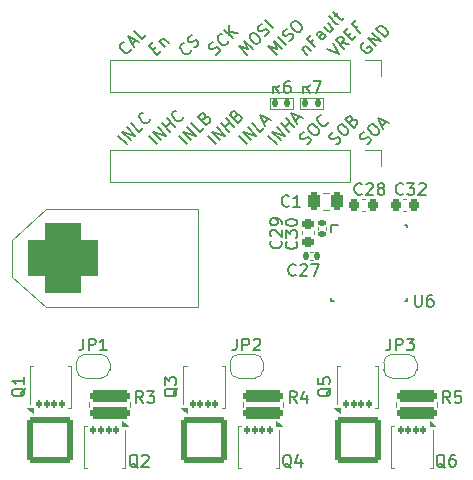
<source format=gto>
G04 #@! TF.GenerationSoftware,KiCad,Pcbnew,8.0.5*
G04 #@! TF.CreationDate,2024-10-07T10:05:32-05:00*
G04 #@! TF.ProjectId,DRV8323_BreakoutBoard,44525638-3332-4335-9f42-7265616b6f75,rev?*
G04 #@! TF.SameCoordinates,Original*
G04 #@! TF.FileFunction,Legend,Top*
G04 #@! TF.FilePolarity,Positive*
%FSLAX46Y46*%
G04 Gerber Fmt 4.6, Leading zero omitted, Abs format (unit mm)*
G04 Created by KiCad (PCBNEW 8.0.5) date 2024-10-07 10:05:32*
%MOMM*%
%LPD*%
G01*
G04 APERTURE LIST*
G04 Aperture macros list*
%AMRoundRect*
0 Rectangle with rounded corners*
0 $1 Rounding radius*
0 $2 $3 $4 $5 $6 $7 $8 $9 X,Y pos of 4 corners*
0 Add a 4 corners polygon primitive as box body*
4,1,4,$2,$3,$4,$5,$6,$7,$8,$9,$2,$3,0*
0 Add four circle primitives for the rounded corners*
1,1,$1+$1,$2,$3*
1,1,$1+$1,$4,$5*
1,1,$1+$1,$6,$7*
1,1,$1+$1,$8,$9*
0 Add four rect primitives between the rounded corners*
20,1,$1+$1,$2,$3,$4,$5,0*
20,1,$1+$1,$4,$5,$6,$7,0*
20,1,$1+$1,$6,$7,$8,$9,0*
20,1,$1+$1,$8,$9,$2,$3,0*%
%AMFreePoly0*
4,1,17,1.371000,0.720000,0.950000,0.720000,0.950000,0.580000,1.370000,0.580000,1.370000,0.080000,0.950000,0.080000,0.950000,-0.080000,1.370000,-0.080000,1.370000,-0.580000,0.950000,-0.580000,0.950000,-0.720000,1.370000,-0.720000,1.370000,-1.225000,-0.950000,-1.225000,-0.950000,1.225000,1.371000,1.225000,1.371000,0.720000,1.371000,0.720000,$1*%
%AMFreePoly1*
4,1,19,0.500000,-0.750000,0.000000,-0.750000,0.000000,-0.744911,-0.071157,-0.744911,-0.207708,-0.704816,-0.327430,-0.627875,-0.420627,-0.520320,-0.479746,-0.390866,-0.500000,-0.250000,-0.500000,0.250000,-0.479746,0.390866,-0.420627,0.520320,-0.327430,0.627875,-0.207708,0.704816,-0.071157,0.744911,0.000000,0.744911,0.000000,0.750000,0.500000,0.750000,0.500000,-0.750000,0.500000,-0.750000,
$1*%
%AMFreePoly2*
4,1,19,0.000000,0.744911,0.071157,0.744911,0.207708,0.704816,0.327430,0.627875,0.420627,0.520320,0.479746,0.390866,0.500000,0.250000,0.500000,-0.250000,0.479746,-0.390866,0.420627,-0.520320,0.327430,-0.627875,0.207708,-0.704816,0.071157,-0.744911,0.000000,-0.744911,0.000000,-0.750000,-0.500000,-0.750000,-0.500000,0.750000,0.000000,0.750000,0.000000,0.744911,0.000000,0.744911,
$1*%
G04 Aperture macros list end*
%ADD10C,0.160000*%
%ADD11C,0.150000*%
%ADD12C,0.120000*%
%ADD13C,0.200000*%
%ADD14RoundRect,0.135000X-0.135000X-0.185000X0.135000X-0.185000X0.135000X0.185000X-0.135000X0.185000X0*%
%ADD15RoundRect,0.250000X0.250000X0.475000X-0.250000X0.475000X-0.250000X-0.475000X0.250000X-0.475000X0*%
%ADD16RoundRect,0.250000X1.450000X-0.250000X1.450000X0.250000X-1.450000X0.250000X-1.450000X-0.250000X0*%
%ADD17C,5.600000*%
%ADD18R,1.700000X1.700000*%
%ADD19O,1.700000X1.700000*%
%ADD20RoundRect,0.140000X0.170000X-0.140000X0.170000X0.140000X-0.170000X0.140000X-0.170000X-0.140000X0*%
%ADD21RoundRect,0.125000X-0.125000X0.190000X-0.125000X-0.190000X0.125000X-0.190000X0.125000X0.190000X0*%
%ADD22FreePoly0,270.000000*%
%ADD23O,0.599999X0.230000*%
%ADD24O,0.230000X0.599999*%
%ADD25R,4.150000X4.150000*%
%ADD26RoundRect,0.225000X-0.225000X-0.250000X0.225000X-0.250000X0.225000X0.250000X-0.225000X0.250000X0*%
%ADD27RoundRect,0.250002X-1.699998X-1.699998X1.699998X-1.699998X1.699998X1.699998X-1.699998X1.699998X0*%
%ADD28RoundRect,0.125000X0.125000X-0.190000X0.125000X0.190000X-0.125000X0.190000X-0.125000X-0.190000X0*%
%ADD29FreePoly0,90.000000*%
%ADD30RoundRect,1.500000X-1.500000X-1.500000X1.500000X-1.500000X1.500000X1.500000X-1.500000X1.500000X0*%
%ADD31C,6.000000*%
%ADD32RoundRect,0.140000X-0.140000X-0.170000X0.140000X-0.170000X0.140000X0.170000X-0.140000X0.170000X0*%
%ADD33FreePoly1,0.000000*%
%ADD34FreePoly2,0.000000*%
%ADD35RoundRect,0.225000X-0.250000X0.225000X-0.250000X-0.225000X0.250000X-0.225000X0.250000X0.225000X0*%
%ADD36RoundRect,0.225000X0.225000X0.250000X-0.225000X0.250000X-0.225000X-0.250000X0.225000X-0.250000X0*%
G04 APERTURE END LIST*
D10*
X63050371Y-62964789D02*
X62343264Y-62257682D01*
X63387088Y-62628072D02*
X62679981Y-61920965D01*
X62679981Y-61920965D02*
X63791149Y-62224011D01*
X63791149Y-62224011D02*
X63084042Y-61516904D01*
X64464584Y-61550576D02*
X64127867Y-61887293D01*
X64127867Y-61887293D02*
X63420760Y-61180187D01*
X64565599Y-60708782D02*
X64700286Y-60641438D01*
X64700286Y-60641438D02*
X64767630Y-60641438D01*
X64767630Y-60641438D02*
X64868645Y-60675110D01*
X64868645Y-60675110D02*
X64969661Y-60776125D01*
X64969661Y-60776125D02*
X65003332Y-60877141D01*
X65003332Y-60877141D02*
X65003332Y-60944484D01*
X65003332Y-60944484D02*
X64969661Y-61045499D01*
X64969661Y-61045499D02*
X64700286Y-61314873D01*
X64700286Y-61314873D02*
X63993180Y-60607767D01*
X63993180Y-60607767D02*
X64228882Y-60372064D01*
X64228882Y-60372064D02*
X64329897Y-60338393D01*
X64329897Y-60338393D02*
X64397241Y-60338393D01*
X64397241Y-60338393D02*
X64498256Y-60372064D01*
X64498256Y-60372064D02*
X64565599Y-60439408D01*
X64565599Y-60439408D02*
X64599271Y-60540423D01*
X64599271Y-60540423D02*
X64599271Y-60607767D01*
X64599271Y-60607767D02*
X64565599Y-60708782D01*
X64565599Y-60708782D02*
X64329897Y-60944484D01*
X78283027Y-62964789D02*
X78417714Y-62897446D01*
X78417714Y-62897446D02*
X78586073Y-62729087D01*
X78586073Y-62729087D02*
X78619745Y-62628072D01*
X78619745Y-62628072D02*
X78619745Y-62560728D01*
X78619745Y-62560728D02*
X78586073Y-62459713D01*
X78586073Y-62459713D02*
X78518730Y-62392369D01*
X78518730Y-62392369D02*
X78417714Y-62358698D01*
X78417714Y-62358698D02*
X78350371Y-62358698D01*
X78350371Y-62358698D02*
X78249356Y-62392369D01*
X78249356Y-62392369D02*
X78080997Y-62493385D01*
X78080997Y-62493385D02*
X77979982Y-62527056D01*
X77979982Y-62527056D02*
X77912638Y-62527056D01*
X77912638Y-62527056D02*
X77811623Y-62493385D01*
X77811623Y-62493385D02*
X77744279Y-62426041D01*
X77744279Y-62426041D02*
X77710608Y-62325026D01*
X77710608Y-62325026D02*
X77710608Y-62257682D01*
X77710608Y-62257682D02*
X77744279Y-62156667D01*
X77744279Y-62156667D02*
X77912638Y-61988308D01*
X77912638Y-61988308D02*
X78047325Y-61920965D01*
X78451386Y-61449560D02*
X78586073Y-61314873D01*
X78586073Y-61314873D02*
X78687088Y-61281201D01*
X78687088Y-61281201D02*
X78821775Y-61281201D01*
X78821775Y-61281201D02*
X78990134Y-61382217D01*
X78990134Y-61382217D02*
X79225836Y-61617919D01*
X79225836Y-61617919D02*
X79326852Y-61786278D01*
X79326852Y-61786278D02*
X79326852Y-61920965D01*
X79326852Y-61920965D02*
X79293180Y-62021980D01*
X79293180Y-62021980D02*
X79158493Y-62156667D01*
X79158493Y-62156667D02*
X79057478Y-62190339D01*
X79057478Y-62190339D02*
X78922791Y-62190339D01*
X78922791Y-62190339D02*
X78754432Y-62089323D01*
X78754432Y-62089323D02*
X78518730Y-61853621D01*
X78518730Y-61853621D02*
X78417714Y-61685262D01*
X78417714Y-61685262D02*
X78417714Y-61550575D01*
X78417714Y-61550575D02*
X78451386Y-61449560D01*
X79528882Y-61382217D02*
X79865600Y-61045499D01*
X79663569Y-61651591D02*
X79192165Y-60708782D01*
X79192165Y-60708782D02*
X80134974Y-61180186D01*
X73183027Y-62964789D02*
X73317714Y-62897446D01*
X73317714Y-62897446D02*
X73486073Y-62729087D01*
X73486073Y-62729087D02*
X73519745Y-62628072D01*
X73519745Y-62628072D02*
X73519745Y-62560728D01*
X73519745Y-62560728D02*
X73486073Y-62459713D01*
X73486073Y-62459713D02*
X73418730Y-62392369D01*
X73418730Y-62392369D02*
X73317714Y-62358698D01*
X73317714Y-62358698D02*
X73250371Y-62358698D01*
X73250371Y-62358698D02*
X73149356Y-62392369D01*
X73149356Y-62392369D02*
X72980997Y-62493385D01*
X72980997Y-62493385D02*
X72879982Y-62527056D01*
X72879982Y-62527056D02*
X72812638Y-62527056D01*
X72812638Y-62527056D02*
X72711623Y-62493385D01*
X72711623Y-62493385D02*
X72644279Y-62426041D01*
X72644279Y-62426041D02*
X72610608Y-62325026D01*
X72610608Y-62325026D02*
X72610608Y-62257682D01*
X72610608Y-62257682D02*
X72644279Y-62156667D01*
X72644279Y-62156667D02*
X72812638Y-61988308D01*
X72812638Y-61988308D02*
X72947325Y-61920965D01*
X73351386Y-61449560D02*
X73486073Y-61314873D01*
X73486073Y-61314873D02*
X73587088Y-61281201D01*
X73587088Y-61281201D02*
X73721775Y-61281201D01*
X73721775Y-61281201D02*
X73890134Y-61382217D01*
X73890134Y-61382217D02*
X74125836Y-61617919D01*
X74125836Y-61617919D02*
X74226852Y-61786278D01*
X74226852Y-61786278D02*
X74226852Y-61920965D01*
X74226852Y-61920965D02*
X74193180Y-62021980D01*
X74193180Y-62021980D02*
X74058493Y-62156667D01*
X74058493Y-62156667D02*
X73957478Y-62190339D01*
X73957478Y-62190339D02*
X73822791Y-62190339D01*
X73822791Y-62190339D02*
X73654432Y-62089323D01*
X73654432Y-62089323D02*
X73418730Y-61853621D01*
X73418730Y-61853621D02*
X73317714Y-61685262D01*
X73317714Y-61685262D02*
X73317714Y-61550575D01*
X73317714Y-61550575D02*
X73351386Y-61449560D01*
X75001302Y-61079171D02*
X75001302Y-61146514D01*
X75001302Y-61146514D02*
X74933958Y-61281201D01*
X74933958Y-61281201D02*
X74866615Y-61348545D01*
X74866615Y-61348545D02*
X74731928Y-61415888D01*
X74731928Y-61415888D02*
X74597241Y-61415888D01*
X74597241Y-61415888D02*
X74496226Y-61382217D01*
X74496226Y-61382217D02*
X74327867Y-61281201D01*
X74327867Y-61281201D02*
X74226852Y-61180186D01*
X74226852Y-61180186D02*
X74125836Y-61011827D01*
X74125836Y-61011827D02*
X74092165Y-60910812D01*
X74092165Y-60910812D02*
X74092165Y-60776125D01*
X74092165Y-60776125D02*
X74159508Y-60641438D01*
X74159508Y-60641438D02*
X74226852Y-60574095D01*
X74226852Y-60574095D02*
X74361539Y-60506751D01*
X74361539Y-60506751D02*
X74428882Y-60506751D01*
X57950371Y-62964789D02*
X57243264Y-62257682D01*
X58287088Y-62628072D02*
X57579981Y-61920965D01*
X57579981Y-61920965D02*
X58691149Y-62224011D01*
X58691149Y-62224011D02*
X57984042Y-61516904D01*
X59364584Y-61550576D02*
X59027867Y-61887293D01*
X59027867Y-61887293D02*
X58320760Y-61180187D01*
X59937004Y-60843469D02*
X59937004Y-60910812D01*
X59937004Y-60910812D02*
X59869661Y-61045499D01*
X59869661Y-61045499D02*
X59802317Y-61112843D01*
X59802317Y-61112843D02*
X59667630Y-61180186D01*
X59667630Y-61180186D02*
X59532943Y-61180186D01*
X59532943Y-61180186D02*
X59431928Y-61146515D01*
X59431928Y-61146515D02*
X59263569Y-61045499D01*
X59263569Y-61045499D02*
X59162554Y-60944484D01*
X59162554Y-60944484D02*
X59061538Y-60776125D01*
X59061538Y-60776125D02*
X59027867Y-60675110D01*
X59027867Y-60675110D02*
X59027867Y-60540423D01*
X59027867Y-60540423D02*
X59095210Y-60405736D01*
X59095210Y-60405736D02*
X59162554Y-60338393D01*
X59162554Y-60338393D02*
X59297241Y-60271049D01*
X59297241Y-60271049D02*
X59364584Y-60271049D01*
X68150371Y-55364789D02*
X67443264Y-54657682D01*
X67443264Y-54657682D02*
X68184043Y-54927056D01*
X68184043Y-54927056D02*
X67914669Y-54186278D01*
X67914669Y-54186278D02*
X68621775Y-54893385D01*
X68386073Y-53714873D02*
X68520760Y-53580186D01*
X68520760Y-53580186D02*
X68621775Y-53546515D01*
X68621775Y-53546515D02*
X68756462Y-53546515D01*
X68756462Y-53546515D02*
X68924821Y-53647530D01*
X68924821Y-53647530D02*
X69160523Y-53883232D01*
X69160523Y-53883232D02*
X69261539Y-54051591D01*
X69261539Y-54051591D02*
X69261539Y-54186278D01*
X69261539Y-54186278D02*
X69227867Y-54287293D01*
X69227867Y-54287293D02*
X69093180Y-54421980D01*
X69093180Y-54421980D02*
X68992165Y-54455652D01*
X68992165Y-54455652D02*
X68857478Y-54455652D01*
X68857478Y-54455652D02*
X68689119Y-54354637D01*
X68689119Y-54354637D02*
X68453417Y-54118934D01*
X68453417Y-54118934D02*
X68352401Y-53950576D01*
X68352401Y-53950576D02*
X68352401Y-53815889D01*
X68352401Y-53815889D02*
X68386073Y-53714873D01*
X69631928Y-53815889D02*
X69766615Y-53748545D01*
X69766615Y-53748545D02*
X69934974Y-53580186D01*
X69934974Y-53580186D02*
X69968645Y-53479171D01*
X69968645Y-53479171D02*
X69968645Y-53411828D01*
X69968645Y-53411828D02*
X69934974Y-53310812D01*
X69934974Y-53310812D02*
X69867630Y-53243469D01*
X69867630Y-53243469D02*
X69766615Y-53209797D01*
X69766615Y-53209797D02*
X69699271Y-53209797D01*
X69699271Y-53209797D02*
X69598256Y-53243469D01*
X69598256Y-53243469D02*
X69429897Y-53344484D01*
X69429897Y-53344484D02*
X69328882Y-53378156D01*
X69328882Y-53378156D02*
X69261539Y-53378156D01*
X69261539Y-53378156D02*
X69160523Y-53344484D01*
X69160523Y-53344484D02*
X69093180Y-53277141D01*
X69093180Y-53277141D02*
X69059508Y-53176125D01*
X69059508Y-53176125D02*
X69059508Y-53108782D01*
X69059508Y-53108782D02*
X69093180Y-53007767D01*
X69093180Y-53007767D02*
X69261539Y-52839408D01*
X69261539Y-52839408D02*
X69396226Y-52772064D01*
X70372706Y-53142454D02*
X69665600Y-52435347D01*
X70650371Y-62964789D02*
X69943264Y-62257682D01*
X70987088Y-62628072D02*
X70279981Y-61920965D01*
X70279981Y-61920965D02*
X71391149Y-62224011D01*
X71391149Y-62224011D02*
X70684042Y-61516904D01*
X71727867Y-61887293D02*
X71020760Y-61180187D01*
X71357477Y-61516904D02*
X71761538Y-61112843D01*
X72131928Y-61483232D02*
X71424821Y-60776126D01*
X72232943Y-60978156D02*
X72569660Y-60641439D01*
X72367630Y-61247530D02*
X71896225Y-60304721D01*
X71896225Y-60304721D02*
X72839034Y-60776126D01*
X78047325Y-54320965D02*
X77946310Y-54354636D01*
X77946310Y-54354636D02*
X77845295Y-54455652D01*
X77845295Y-54455652D02*
X77777951Y-54590339D01*
X77777951Y-54590339D02*
X77777951Y-54725026D01*
X77777951Y-54725026D02*
X77811623Y-54826041D01*
X77811623Y-54826041D02*
X77912638Y-54994400D01*
X77912638Y-54994400D02*
X78013653Y-55095415D01*
X78013653Y-55095415D02*
X78182012Y-55196430D01*
X78182012Y-55196430D02*
X78283027Y-55230102D01*
X78283027Y-55230102D02*
X78417714Y-55230102D01*
X78417714Y-55230102D02*
X78552401Y-55162759D01*
X78552401Y-55162759D02*
X78619745Y-55095415D01*
X78619745Y-55095415D02*
X78687088Y-54960728D01*
X78687088Y-54960728D02*
X78687088Y-54893385D01*
X78687088Y-54893385D02*
X78451386Y-54657682D01*
X78451386Y-54657682D02*
X78316699Y-54792369D01*
X79057478Y-54657682D02*
X78350371Y-53950575D01*
X78350371Y-53950575D02*
X79461539Y-54253621D01*
X79461539Y-54253621D02*
X78754432Y-53546514D01*
X79798256Y-53916904D02*
X79091149Y-53209797D01*
X79091149Y-53209797D02*
X79259508Y-53041438D01*
X79259508Y-53041438D02*
X79394195Y-52974095D01*
X79394195Y-52974095D02*
X79528882Y-52974095D01*
X79528882Y-52974095D02*
X79629897Y-53007766D01*
X79629897Y-53007766D02*
X79798256Y-53108782D01*
X79798256Y-53108782D02*
X79899271Y-53209797D01*
X79899271Y-53209797D02*
X80000287Y-53378156D01*
X80000287Y-53378156D02*
X80033958Y-53479171D01*
X80033958Y-53479171D02*
X80033958Y-53613858D01*
X80033958Y-53613858D02*
X79966615Y-53748545D01*
X79966615Y-53748545D02*
X79798256Y-53916904D01*
X65550371Y-62964789D02*
X64843264Y-62257682D01*
X65887088Y-62628072D02*
X65179981Y-61920965D01*
X65179981Y-61920965D02*
X66291149Y-62224011D01*
X66291149Y-62224011D02*
X65584042Y-61516904D01*
X66627867Y-61887293D02*
X65920760Y-61180187D01*
X66257477Y-61516904D02*
X66661538Y-61112843D01*
X67031928Y-61483232D02*
X66324821Y-60776126D01*
X67233958Y-60540423D02*
X67368645Y-60473080D01*
X67368645Y-60473080D02*
X67435989Y-60473080D01*
X67435989Y-60473080D02*
X67537004Y-60506752D01*
X67537004Y-60506752D02*
X67638019Y-60607767D01*
X67638019Y-60607767D02*
X67671691Y-60708782D01*
X67671691Y-60708782D02*
X67671691Y-60776126D01*
X67671691Y-60776126D02*
X67638019Y-60877141D01*
X67638019Y-60877141D02*
X67368645Y-61146515D01*
X67368645Y-61146515D02*
X66661538Y-60439408D01*
X66661538Y-60439408D02*
X66897241Y-60203706D01*
X66897241Y-60203706D02*
X66998256Y-60170034D01*
X66998256Y-60170034D02*
X67065599Y-60170034D01*
X67065599Y-60170034D02*
X67166615Y-60203706D01*
X67166615Y-60203706D02*
X67233958Y-60271049D01*
X67233958Y-60271049D02*
X67267630Y-60372065D01*
X67267630Y-60372065D02*
X67267630Y-60439408D01*
X67267630Y-60439408D02*
X67233958Y-60540423D01*
X67233958Y-60540423D02*
X66998256Y-60776126D01*
X75683027Y-62964789D02*
X75817714Y-62897446D01*
X75817714Y-62897446D02*
X75986073Y-62729087D01*
X75986073Y-62729087D02*
X76019745Y-62628072D01*
X76019745Y-62628072D02*
X76019745Y-62560728D01*
X76019745Y-62560728D02*
X75986073Y-62459713D01*
X75986073Y-62459713D02*
X75918730Y-62392369D01*
X75918730Y-62392369D02*
X75817714Y-62358698D01*
X75817714Y-62358698D02*
X75750371Y-62358698D01*
X75750371Y-62358698D02*
X75649356Y-62392369D01*
X75649356Y-62392369D02*
X75480997Y-62493385D01*
X75480997Y-62493385D02*
X75379982Y-62527056D01*
X75379982Y-62527056D02*
X75312638Y-62527056D01*
X75312638Y-62527056D02*
X75211623Y-62493385D01*
X75211623Y-62493385D02*
X75144279Y-62426041D01*
X75144279Y-62426041D02*
X75110608Y-62325026D01*
X75110608Y-62325026D02*
X75110608Y-62257682D01*
X75110608Y-62257682D02*
X75144279Y-62156667D01*
X75144279Y-62156667D02*
X75312638Y-61988308D01*
X75312638Y-61988308D02*
X75447325Y-61920965D01*
X75851386Y-61449560D02*
X75986073Y-61314873D01*
X75986073Y-61314873D02*
X76087088Y-61281201D01*
X76087088Y-61281201D02*
X76221775Y-61281201D01*
X76221775Y-61281201D02*
X76390134Y-61382217D01*
X76390134Y-61382217D02*
X76625836Y-61617919D01*
X76625836Y-61617919D02*
X76726852Y-61786278D01*
X76726852Y-61786278D02*
X76726852Y-61920965D01*
X76726852Y-61920965D02*
X76693180Y-62021980D01*
X76693180Y-62021980D02*
X76558493Y-62156667D01*
X76558493Y-62156667D02*
X76457478Y-62190339D01*
X76457478Y-62190339D02*
X76322791Y-62190339D01*
X76322791Y-62190339D02*
X76154432Y-62089323D01*
X76154432Y-62089323D02*
X75918730Y-61853621D01*
X75918730Y-61853621D02*
X75817714Y-61685262D01*
X75817714Y-61685262D02*
X75817714Y-61550575D01*
X75817714Y-61550575D02*
X75851386Y-61449560D01*
X77029897Y-60944484D02*
X77164584Y-60877140D01*
X77164584Y-60877140D02*
X77231928Y-60877140D01*
X77231928Y-60877140D02*
X77332943Y-60910812D01*
X77332943Y-60910812D02*
X77433958Y-61011827D01*
X77433958Y-61011827D02*
X77467630Y-61112843D01*
X77467630Y-61112843D02*
X77467630Y-61180186D01*
X77467630Y-61180186D02*
X77433958Y-61281201D01*
X77433958Y-61281201D02*
X77164584Y-61550575D01*
X77164584Y-61550575D02*
X76457478Y-60843469D01*
X76457478Y-60843469D02*
X76693180Y-60607766D01*
X76693180Y-60607766D02*
X76794195Y-60574095D01*
X76794195Y-60574095D02*
X76861539Y-60574095D01*
X76861539Y-60574095D02*
X76962554Y-60607766D01*
X76962554Y-60607766D02*
X77029897Y-60675110D01*
X77029897Y-60675110D02*
X77063569Y-60776125D01*
X77063569Y-60776125D02*
X77063569Y-60843469D01*
X77063569Y-60843469D02*
X77029897Y-60944484D01*
X77029897Y-60944484D02*
X76794195Y-61180186D01*
X72778966Y-54893385D02*
X73250371Y-55364789D01*
X72846310Y-54960728D02*
X72846310Y-54893385D01*
X72846310Y-54893385D02*
X72879982Y-54792369D01*
X72879982Y-54792369D02*
X72980997Y-54691354D01*
X72980997Y-54691354D02*
X73082012Y-54657682D01*
X73082012Y-54657682D02*
X73183027Y-54691354D01*
X73183027Y-54691354D02*
X73553417Y-55061743D01*
X73755447Y-54118934D02*
X73519745Y-54354636D01*
X73890134Y-54725026D02*
X73183027Y-54017919D01*
X73183027Y-54017919D02*
X73519745Y-53681201D01*
X74799272Y-53815888D02*
X74428882Y-53445499D01*
X74428882Y-53445499D02*
X74327867Y-53411827D01*
X74327867Y-53411827D02*
X74226852Y-53445499D01*
X74226852Y-53445499D02*
X74092165Y-53580186D01*
X74092165Y-53580186D02*
X74058493Y-53681201D01*
X74765600Y-53782217D02*
X74731928Y-53883232D01*
X74731928Y-53883232D02*
X74563569Y-54051591D01*
X74563569Y-54051591D02*
X74462554Y-54085262D01*
X74462554Y-54085262D02*
X74361539Y-54051591D01*
X74361539Y-54051591D02*
X74294195Y-53984247D01*
X74294195Y-53984247D02*
X74260524Y-53883232D01*
X74260524Y-53883232D02*
X74294195Y-53782217D01*
X74294195Y-53782217D02*
X74462554Y-53613858D01*
X74462554Y-53613858D02*
X74496226Y-53512843D01*
X74967630Y-52704720D02*
X75439035Y-53176125D01*
X74664585Y-53007766D02*
X75034974Y-53378155D01*
X75034974Y-53378155D02*
X75135989Y-53411827D01*
X75135989Y-53411827D02*
X75237004Y-53378155D01*
X75237004Y-53378155D02*
X75338020Y-53277140D01*
X75338020Y-53277140D02*
X75371691Y-53176125D01*
X75371691Y-53176125D02*
X75371691Y-53108781D01*
X75876768Y-52738392D02*
X75775753Y-52772064D01*
X75775753Y-52772064D02*
X75674737Y-52738392D01*
X75674737Y-52738392D02*
X75068646Y-52132301D01*
X75573722Y-52098628D02*
X75843096Y-51829254D01*
X75439035Y-51761911D02*
X76045127Y-52368003D01*
X76045127Y-52368003D02*
X76146142Y-52401674D01*
X76146142Y-52401674D02*
X76247157Y-52368003D01*
X76247157Y-52368003D02*
X76314501Y-52300659D01*
X60550371Y-62964789D02*
X59843264Y-62257682D01*
X60887088Y-62628072D02*
X60179981Y-61920965D01*
X60179981Y-61920965D02*
X61291149Y-62224011D01*
X61291149Y-62224011D02*
X60584042Y-61516904D01*
X61627867Y-61887293D02*
X60920760Y-61180187D01*
X61257477Y-61516904D02*
X61661538Y-61112843D01*
X62031928Y-61483232D02*
X61324821Y-60776126D01*
X62705363Y-60675110D02*
X62705363Y-60742454D01*
X62705363Y-60742454D02*
X62638019Y-60877141D01*
X62638019Y-60877141D02*
X62570676Y-60944484D01*
X62570676Y-60944484D02*
X62435989Y-61011828D01*
X62435989Y-61011828D02*
X62301302Y-61011828D01*
X62301302Y-61011828D02*
X62200286Y-60978156D01*
X62200286Y-60978156D02*
X62031928Y-60877141D01*
X62031928Y-60877141D02*
X61930912Y-60776126D01*
X61930912Y-60776126D02*
X61829897Y-60607767D01*
X61829897Y-60607767D02*
X61796225Y-60506752D01*
X61796225Y-60506752D02*
X61796225Y-60372065D01*
X61796225Y-60372065D02*
X61863569Y-60237378D01*
X61863569Y-60237378D02*
X61930912Y-60170034D01*
X61930912Y-60170034D02*
X62065599Y-60102691D01*
X62065599Y-60102691D02*
X62132943Y-60102691D01*
X63387088Y-54993385D02*
X63387088Y-55060728D01*
X63387088Y-55060728D02*
X63319745Y-55195415D01*
X63319745Y-55195415D02*
X63252401Y-55262759D01*
X63252401Y-55262759D02*
X63117714Y-55330102D01*
X63117714Y-55330102D02*
X62983027Y-55330102D01*
X62983027Y-55330102D02*
X62882012Y-55296430D01*
X62882012Y-55296430D02*
X62713653Y-55195415D01*
X62713653Y-55195415D02*
X62612638Y-55094400D01*
X62612638Y-55094400D02*
X62511623Y-54926041D01*
X62511623Y-54926041D02*
X62477951Y-54825026D01*
X62477951Y-54825026D02*
X62477951Y-54690339D01*
X62477951Y-54690339D02*
X62545295Y-54555652D01*
X62545295Y-54555652D02*
X62612638Y-54488308D01*
X62612638Y-54488308D02*
X62747325Y-54420965D01*
X62747325Y-54420965D02*
X62814669Y-54420965D01*
X63690134Y-54757682D02*
X63824821Y-54690339D01*
X63824821Y-54690339D02*
X63993180Y-54521980D01*
X63993180Y-54521980D02*
X64026852Y-54420965D01*
X64026852Y-54420965D02*
X64026852Y-54353621D01*
X64026852Y-54353621D02*
X63993180Y-54252606D01*
X63993180Y-54252606D02*
X63925836Y-54185262D01*
X63925836Y-54185262D02*
X63824821Y-54151591D01*
X63824821Y-54151591D02*
X63757478Y-54151591D01*
X63757478Y-54151591D02*
X63656462Y-54185262D01*
X63656462Y-54185262D02*
X63488104Y-54286278D01*
X63488104Y-54286278D02*
X63387088Y-54319949D01*
X63387088Y-54319949D02*
X63319745Y-54319949D01*
X63319745Y-54319949D02*
X63218730Y-54286278D01*
X63218730Y-54286278D02*
X63151386Y-54218934D01*
X63151386Y-54218934D02*
X63117714Y-54117919D01*
X63117714Y-54117919D02*
X63117714Y-54050575D01*
X63117714Y-54050575D02*
X63151386Y-53949560D01*
X63151386Y-53949560D02*
X63319745Y-53781201D01*
X63319745Y-53781201D02*
X63454432Y-53713858D01*
X70650371Y-55364789D02*
X69943264Y-54657682D01*
X69943264Y-54657682D02*
X70684043Y-54927056D01*
X70684043Y-54927056D02*
X70414669Y-54186278D01*
X70414669Y-54186278D02*
X71121775Y-54893385D01*
X71458493Y-54556667D02*
X70751386Y-53849560D01*
X71727867Y-54219950D02*
X71862554Y-54152606D01*
X71862554Y-54152606D02*
X72030912Y-53984248D01*
X72030912Y-53984248D02*
X72064584Y-53883232D01*
X72064584Y-53883232D02*
X72064584Y-53815889D01*
X72064584Y-53815889D02*
X72030912Y-53714874D01*
X72030912Y-53714874D02*
X71963569Y-53647530D01*
X71963569Y-53647530D02*
X71862554Y-53613858D01*
X71862554Y-53613858D02*
X71795210Y-53613858D01*
X71795210Y-53613858D02*
X71694195Y-53647530D01*
X71694195Y-53647530D02*
X71525836Y-53748545D01*
X71525836Y-53748545D02*
X71424821Y-53782217D01*
X71424821Y-53782217D02*
X71357477Y-53782217D01*
X71357477Y-53782217D02*
X71256462Y-53748545D01*
X71256462Y-53748545D02*
X71189118Y-53681202D01*
X71189118Y-53681202D02*
X71155447Y-53580187D01*
X71155447Y-53580187D02*
X71155447Y-53512843D01*
X71155447Y-53512843D02*
X71189118Y-53411828D01*
X71189118Y-53411828D02*
X71357477Y-53243469D01*
X71357477Y-53243469D02*
X71492164Y-53176126D01*
X71896225Y-52704721D02*
X72030912Y-52570034D01*
X72030912Y-52570034D02*
X72131928Y-52536362D01*
X72131928Y-52536362D02*
X72266615Y-52536362D01*
X72266615Y-52536362D02*
X72434973Y-52637378D01*
X72434973Y-52637378D02*
X72670676Y-52873080D01*
X72670676Y-52873080D02*
X72771691Y-53041439D01*
X72771691Y-53041439D02*
X72771691Y-53176126D01*
X72771691Y-53176126D02*
X72738019Y-53277141D01*
X72738019Y-53277141D02*
X72603332Y-53411828D01*
X72603332Y-53411828D02*
X72502317Y-53445500D01*
X72502317Y-53445500D02*
X72367630Y-53445500D01*
X72367630Y-53445500D02*
X72199271Y-53344484D01*
X72199271Y-53344484D02*
X71963569Y-53108782D01*
X71963569Y-53108782D02*
X71862554Y-52940423D01*
X71862554Y-52940423D02*
X71862554Y-52805736D01*
X71862554Y-52805736D02*
X71896225Y-52704721D01*
X68150371Y-62964789D02*
X67443264Y-62257682D01*
X68487088Y-62628072D02*
X67779981Y-61920965D01*
X67779981Y-61920965D02*
X68891149Y-62224011D01*
X68891149Y-62224011D02*
X68184042Y-61516904D01*
X69564584Y-61550576D02*
X69227867Y-61887293D01*
X69227867Y-61887293D02*
X68520760Y-61180187D01*
X69564584Y-61146515D02*
X69901302Y-60809797D01*
X69699271Y-61415889D02*
X69227867Y-60473080D01*
X69227867Y-60473080D02*
X70170676Y-60944484D01*
X65483027Y-55364789D02*
X65617714Y-55297446D01*
X65617714Y-55297446D02*
X65786073Y-55129087D01*
X65786073Y-55129087D02*
X65819745Y-55028072D01*
X65819745Y-55028072D02*
X65819745Y-54960728D01*
X65819745Y-54960728D02*
X65786073Y-54859713D01*
X65786073Y-54859713D02*
X65718730Y-54792369D01*
X65718730Y-54792369D02*
X65617714Y-54758698D01*
X65617714Y-54758698D02*
X65550371Y-54758698D01*
X65550371Y-54758698D02*
X65449356Y-54792369D01*
X65449356Y-54792369D02*
X65280997Y-54893385D01*
X65280997Y-54893385D02*
X65179982Y-54927056D01*
X65179982Y-54927056D02*
X65112638Y-54927056D01*
X65112638Y-54927056D02*
X65011623Y-54893385D01*
X65011623Y-54893385D02*
X64944279Y-54826041D01*
X64944279Y-54826041D02*
X64910608Y-54725026D01*
X64910608Y-54725026D02*
X64910608Y-54657682D01*
X64910608Y-54657682D02*
X64944279Y-54556667D01*
X64944279Y-54556667D02*
X65112638Y-54388308D01*
X65112638Y-54388308D02*
X65247325Y-54320965D01*
X66560523Y-54219949D02*
X66560523Y-54287293D01*
X66560523Y-54287293D02*
X66493180Y-54421980D01*
X66493180Y-54421980D02*
X66425836Y-54489323D01*
X66425836Y-54489323D02*
X66291149Y-54556667D01*
X66291149Y-54556667D02*
X66156462Y-54556667D01*
X66156462Y-54556667D02*
X66055447Y-54522995D01*
X66055447Y-54522995D02*
X65887088Y-54421980D01*
X65887088Y-54421980D02*
X65786073Y-54320965D01*
X65786073Y-54320965D02*
X65685058Y-54152606D01*
X65685058Y-54152606D02*
X65651386Y-54051591D01*
X65651386Y-54051591D02*
X65651386Y-53916904D01*
X65651386Y-53916904D02*
X65718730Y-53782217D01*
X65718730Y-53782217D02*
X65786073Y-53714873D01*
X65786073Y-53714873D02*
X65920760Y-53647530D01*
X65920760Y-53647530D02*
X65988104Y-53647530D01*
X66930913Y-53984247D02*
X66223806Y-53277140D01*
X67334974Y-53580186D02*
X66627867Y-53479171D01*
X66627867Y-52873079D02*
X66627867Y-53681201D01*
X60179982Y-54994400D02*
X60415684Y-54758698D01*
X60887088Y-55028072D02*
X60550371Y-55364789D01*
X60550371Y-55364789D02*
X59843264Y-54657682D01*
X59843264Y-54657682D02*
X60179982Y-54320965D01*
X60718730Y-54253621D02*
X61190134Y-54725026D01*
X60786073Y-54320965D02*
X60786073Y-54253621D01*
X60786073Y-54253621D02*
X60819745Y-54152606D01*
X60819745Y-54152606D02*
X60920760Y-54051591D01*
X60920760Y-54051591D02*
X61021775Y-54017919D01*
X61021775Y-54017919D02*
X61122791Y-54051591D01*
X61122791Y-54051591D02*
X61493180Y-54421980D01*
X74942249Y-54858698D02*
X75885058Y-55330102D01*
X75885058Y-55330102D02*
X75413653Y-54387293D01*
X76760524Y-54454636D02*
X76188104Y-54353621D01*
X76356463Y-54858697D02*
X75649356Y-54151591D01*
X75649356Y-54151591D02*
X75918730Y-53882217D01*
X75918730Y-53882217D02*
X76019745Y-53848545D01*
X76019745Y-53848545D02*
X76087089Y-53848545D01*
X76087089Y-53848545D02*
X76188104Y-53882217D01*
X76188104Y-53882217D02*
X76289119Y-53983232D01*
X76289119Y-53983232D02*
X76322791Y-54084247D01*
X76322791Y-54084247D02*
X76322791Y-54151591D01*
X76322791Y-54151591D02*
X76289119Y-54252606D01*
X76289119Y-54252606D02*
X76019745Y-54521980D01*
X76693180Y-53781201D02*
X76928882Y-53545499D01*
X77400287Y-53814873D02*
X77063569Y-54151591D01*
X77063569Y-54151591D02*
X76356463Y-53444484D01*
X76356463Y-53444484D02*
X76693180Y-53107766D01*
X77568646Y-52905736D02*
X77332943Y-53141438D01*
X77703333Y-53511827D02*
X76996226Y-52804720D01*
X76996226Y-52804720D02*
X77332943Y-52468003D01*
X58287088Y-54893385D02*
X58287088Y-54960728D01*
X58287088Y-54960728D02*
X58219745Y-55095415D01*
X58219745Y-55095415D02*
X58152401Y-55162759D01*
X58152401Y-55162759D02*
X58017714Y-55230102D01*
X58017714Y-55230102D02*
X57883027Y-55230102D01*
X57883027Y-55230102D02*
X57782012Y-55196430D01*
X57782012Y-55196430D02*
X57613653Y-55095415D01*
X57613653Y-55095415D02*
X57512638Y-54994400D01*
X57512638Y-54994400D02*
X57411623Y-54826041D01*
X57411623Y-54826041D02*
X57377951Y-54725026D01*
X57377951Y-54725026D02*
X57377951Y-54590339D01*
X57377951Y-54590339D02*
X57445295Y-54455652D01*
X57445295Y-54455652D02*
X57512638Y-54388308D01*
X57512638Y-54388308D02*
X57647325Y-54320965D01*
X57647325Y-54320965D02*
X57714669Y-54320965D01*
X58421775Y-54489323D02*
X58758493Y-54152606D01*
X58556462Y-54758698D02*
X58085058Y-53815888D01*
X58085058Y-53815888D02*
X59027867Y-54287293D01*
X59600287Y-53714873D02*
X59263569Y-54051591D01*
X59263569Y-54051591D02*
X58556463Y-53344484D01*
D11*
X73433333Y-58621319D02*
X73100000Y-58145128D01*
X72861905Y-58621319D02*
X72861905Y-57621319D01*
X72861905Y-57621319D02*
X73242857Y-57621319D01*
X73242857Y-57621319D02*
X73338095Y-57668938D01*
X73338095Y-57668938D02*
X73385714Y-57716557D01*
X73385714Y-57716557D02*
X73433333Y-57811795D01*
X73433333Y-57811795D02*
X73433333Y-57954652D01*
X73433333Y-57954652D02*
X73385714Y-58049890D01*
X73385714Y-58049890D02*
X73338095Y-58097509D01*
X73338095Y-58097509D02*
X73242857Y-58145128D01*
X73242857Y-58145128D02*
X72861905Y-58145128D01*
X73766667Y-57621319D02*
X74433333Y-57621319D01*
X74433333Y-57621319D02*
X74004762Y-58621319D01*
X70883333Y-58621319D02*
X70550000Y-58145128D01*
X70311905Y-58621319D02*
X70311905Y-57621319D01*
X70311905Y-57621319D02*
X70692857Y-57621319D01*
X70692857Y-57621319D02*
X70788095Y-57668938D01*
X70788095Y-57668938D02*
X70835714Y-57716557D01*
X70835714Y-57716557D02*
X70883333Y-57811795D01*
X70883333Y-57811795D02*
X70883333Y-57954652D01*
X70883333Y-57954652D02*
X70835714Y-58049890D01*
X70835714Y-58049890D02*
X70788095Y-58097509D01*
X70788095Y-58097509D02*
X70692857Y-58145128D01*
X70692857Y-58145128D02*
X70311905Y-58145128D01*
X71740476Y-57621319D02*
X71550000Y-57621319D01*
X71550000Y-57621319D02*
X71454762Y-57668938D01*
X71454762Y-57668938D02*
X71407143Y-57716557D01*
X71407143Y-57716557D02*
X71311905Y-57859414D01*
X71311905Y-57859414D02*
X71264286Y-58049890D01*
X71264286Y-58049890D02*
X71264286Y-58430842D01*
X71264286Y-58430842D02*
X71311905Y-58526080D01*
X71311905Y-58526080D02*
X71359524Y-58573700D01*
X71359524Y-58573700D02*
X71454762Y-58621319D01*
X71454762Y-58621319D02*
X71645238Y-58621319D01*
X71645238Y-58621319D02*
X71740476Y-58573700D01*
X71740476Y-58573700D02*
X71788095Y-58526080D01*
X71788095Y-58526080D02*
X71835714Y-58430842D01*
X71835714Y-58430842D02*
X71835714Y-58192747D01*
X71835714Y-58192747D02*
X71788095Y-58097509D01*
X71788095Y-58097509D02*
X71740476Y-58049890D01*
X71740476Y-58049890D02*
X71645238Y-58002271D01*
X71645238Y-58002271D02*
X71454762Y-58002271D01*
X71454762Y-58002271D02*
X71359524Y-58049890D01*
X71359524Y-58049890D02*
X71311905Y-58097509D01*
X71311905Y-58097509D02*
X71264286Y-58192747D01*
X71683333Y-68159580D02*
X71635714Y-68207200D01*
X71635714Y-68207200D02*
X71492857Y-68254819D01*
X71492857Y-68254819D02*
X71397619Y-68254819D01*
X71397619Y-68254819D02*
X71254762Y-68207200D01*
X71254762Y-68207200D02*
X71159524Y-68111961D01*
X71159524Y-68111961D02*
X71111905Y-68016723D01*
X71111905Y-68016723D02*
X71064286Y-67826247D01*
X71064286Y-67826247D02*
X71064286Y-67683390D01*
X71064286Y-67683390D02*
X71111905Y-67492914D01*
X71111905Y-67492914D02*
X71159524Y-67397676D01*
X71159524Y-67397676D02*
X71254762Y-67302438D01*
X71254762Y-67302438D02*
X71397619Y-67254819D01*
X71397619Y-67254819D02*
X71492857Y-67254819D01*
X71492857Y-67254819D02*
X71635714Y-67302438D01*
X71635714Y-67302438D02*
X71683333Y-67350057D01*
X72635714Y-68254819D02*
X72064286Y-68254819D01*
X72350000Y-68254819D02*
X72350000Y-67254819D01*
X72350000Y-67254819D02*
X72254762Y-67397676D01*
X72254762Y-67397676D02*
X72159524Y-67492914D01*
X72159524Y-67492914D02*
X72064286Y-67540533D01*
X59333333Y-84854819D02*
X59000000Y-84378628D01*
X58761905Y-84854819D02*
X58761905Y-83854819D01*
X58761905Y-83854819D02*
X59142857Y-83854819D01*
X59142857Y-83854819D02*
X59238095Y-83902438D01*
X59238095Y-83902438D02*
X59285714Y-83950057D01*
X59285714Y-83950057D02*
X59333333Y-84045295D01*
X59333333Y-84045295D02*
X59333333Y-84188152D01*
X59333333Y-84188152D02*
X59285714Y-84283390D01*
X59285714Y-84283390D02*
X59238095Y-84331009D01*
X59238095Y-84331009D02*
X59142857Y-84378628D01*
X59142857Y-84378628D02*
X58761905Y-84378628D01*
X59666667Y-83854819D02*
X60285714Y-83854819D01*
X60285714Y-83854819D02*
X59952381Y-84235771D01*
X59952381Y-84235771D02*
X60095238Y-84235771D01*
X60095238Y-84235771D02*
X60190476Y-84283390D01*
X60190476Y-84283390D02*
X60238095Y-84331009D01*
X60238095Y-84331009D02*
X60285714Y-84426247D01*
X60285714Y-84426247D02*
X60285714Y-84664342D01*
X60285714Y-84664342D02*
X60238095Y-84759580D01*
X60238095Y-84759580D02*
X60190476Y-84807200D01*
X60190476Y-84807200D02*
X60095238Y-84854819D01*
X60095238Y-84854819D02*
X59809524Y-84854819D01*
X59809524Y-84854819D02*
X59714286Y-84807200D01*
X59714286Y-84807200D02*
X59666667Y-84759580D01*
X72309580Y-71192857D02*
X72357200Y-71240476D01*
X72357200Y-71240476D02*
X72404819Y-71383333D01*
X72404819Y-71383333D02*
X72404819Y-71478571D01*
X72404819Y-71478571D02*
X72357200Y-71621428D01*
X72357200Y-71621428D02*
X72261961Y-71716666D01*
X72261961Y-71716666D02*
X72166723Y-71764285D01*
X72166723Y-71764285D02*
X71976247Y-71811904D01*
X71976247Y-71811904D02*
X71833390Y-71811904D01*
X71833390Y-71811904D02*
X71642914Y-71764285D01*
X71642914Y-71764285D02*
X71547676Y-71716666D01*
X71547676Y-71716666D02*
X71452438Y-71621428D01*
X71452438Y-71621428D02*
X71404819Y-71478571D01*
X71404819Y-71478571D02*
X71404819Y-71383333D01*
X71404819Y-71383333D02*
X71452438Y-71240476D01*
X71452438Y-71240476D02*
X71500057Y-71192857D01*
X71404819Y-70859523D02*
X71404819Y-70240476D01*
X71404819Y-70240476D02*
X71785771Y-70573809D01*
X71785771Y-70573809D02*
X71785771Y-70430952D01*
X71785771Y-70430952D02*
X71833390Y-70335714D01*
X71833390Y-70335714D02*
X71881009Y-70288095D01*
X71881009Y-70288095D02*
X71976247Y-70240476D01*
X71976247Y-70240476D02*
X72214342Y-70240476D01*
X72214342Y-70240476D02*
X72309580Y-70288095D01*
X72309580Y-70288095D02*
X72357200Y-70335714D01*
X72357200Y-70335714D02*
X72404819Y-70430952D01*
X72404819Y-70430952D02*
X72404819Y-70716666D01*
X72404819Y-70716666D02*
X72357200Y-70811904D01*
X72357200Y-70811904D02*
X72309580Y-70859523D01*
X71404819Y-69621428D02*
X71404819Y-69526190D01*
X71404819Y-69526190D02*
X71452438Y-69430952D01*
X71452438Y-69430952D02*
X71500057Y-69383333D01*
X71500057Y-69383333D02*
X71595295Y-69335714D01*
X71595295Y-69335714D02*
X71785771Y-69288095D01*
X71785771Y-69288095D02*
X72023866Y-69288095D01*
X72023866Y-69288095D02*
X72214342Y-69335714D01*
X72214342Y-69335714D02*
X72309580Y-69383333D01*
X72309580Y-69383333D02*
X72357200Y-69430952D01*
X72357200Y-69430952D02*
X72404819Y-69526190D01*
X72404819Y-69526190D02*
X72404819Y-69621428D01*
X72404819Y-69621428D02*
X72357200Y-69716666D01*
X72357200Y-69716666D02*
X72309580Y-69764285D01*
X72309580Y-69764285D02*
X72214342Y-69811904D01*
X72214342Y-69811904D02*
X72023866Y-69859523D01*
X72023866Y-69859523D02*
X71785771Y-69859523D01*
X71785771Y-69859523D02*
X71595295Y-69811904D01*
X71595295Y-69811904D02*
X71500057Y-69764285D01*
X71500057Y-69764285D02*
X71452438Y-69716666D01*
X71452438Y-69716666D02*
X71404819Y-69621428D01*
X71904761Y-90340057D02*
X71809523Y-90292438D01*
X71809523Y-90292438D02*
X71714285Y-90197200D01*
X71714285Y-90197200D02*
X71571428Y-90054342D01*
X71571428Y-90054342D02*
X71476190Y-90006723D01*
X71476190Y-90006723D02*
X71380952Y-90006723D01*
X71428571Y-90244819D02*
X71333333Y-90197200D01*
X71333333Y-90197200D02*
X71238095Y-90101961D01*
X71238095Y-90101961D02*
X71190476Y-89911485D01*
X71190476Y-89911485D02*
X71190476Y-89578152D01*
X71190476Y-89578152D02*
X71238095Y-89387676D01*
X71238095Y-89387676D02*
X71333333Y-89292438D01*
X71333333Y-89292438D02*
X71428571Y-89244819D01*
X71428571Y-89244819D02*
X71619047Y-89244819D01*
X71619047Y-89244819D02*
X71714285Y-89292438D01*
X71714285Y-89292438D02*
X71809523Y-89387676D01*
X71809523Y-89387676D02*
X71857142Y-89578152D01*
X71857142Y-89578152D02*
X71857142Y-89911485D01*
X71857142Y-89911485D02*
X71809523Y-90101961D01*
X71809523Y-90101961D02*
X71714285Y-90197200D01*
X71714285Y-90197200D02*
X71619047Y-90244819D01*
X71619047Y-90244819D02*
X71428571Y-90244819D01*
X72714285Y-89578152D02*
X72714285Y-90244819D01*
X72476190Y-89197200D02*
X72238095Y-89911485D01*
X72238095Y-89911485D02*
X72857142Y-89911485D01*
X84904761Y-90340057D02*
X84809523Y-90292438D01*
X84809523Y-90292438D02*
X84714285Y-90197200D01*
X84714285Y-90197200D02*
X84571428Y-90054342D01*
X84571428Y-90054342D02*
X84476190Y-90006723D01*
X84476190Y-90006723D02*
X84380952Y-90006723D01*
X84428571Y-90244819D02*
X84333333Y-90197200D01*
X84333333Y-90197200D02*
X84238095Y-90101961D01*
X84238095Y-90101961D02*
X84190476Y-89911485D01*
X84190476Y-89911485D02*
X84190476Y-89578152D01*
X84190476Y-89578152D02*
X84238095Y-89387676D01*
X84238095Y-89387676D02*
X84333333Y-89292438D01*
X84333333Y-89292438D02*
X84428571Y-89244819D01*
X84428571Y-89244819D02*
X84619047Y-89244819D01*
X84619047Y-89244819D02*
X84714285Y-89292438D01*
X84714285Y-89292438D02*
X84809523Y-89387676D01*
X84809523Y-89387676D02*
X84857142Y-89578152D01*
X84857142Y-89578152D02*
X84857142Y-89911485D01*
X84857142Y-89911485D02*
X84809523Y-90101961D01*
X84809523Y-90101961D02*
X84714285Y-90197200D01*
X84714285Y-90197200D02*
X84619047Y-90244819D01*
X84619047Y-90244819D02*
X84428571Y-90244819D01*
X85714285Y-89244819D02*
X85523809Y-89244819D01*
X85523809Y-89244819D02*
X85428571Y-89292438D01*
X85428571Y-89292438D02*
X85380952Y-89340057D01*
X85380952Y-89340057D02*
X85285714Y-89482914D01*
X85285714Y-89482914D02*
X85238095Y-89673390D01*
X85238095Y-89673390D02*
X85238095Y-90054342D01*
X85238095Y-90054342D02*
X85285714Y-90149580D01*
X85285714Y-90149580D02*
X85333333Y-90197200D01*
X85333333Y-90197200D02*
X85428571Y-90244819D01*
X85428571Y-90244819D02*
X85619047Y-90244819D01*
X85619047Y-90244819D02*
X85714285Y-90197200D01*
X85714285Y-90197200D02*
X85761904Y-90149580D01*
X85761904Y-90149580D02*
X85809523Y-90054342D01*
X85809523Y-90054342D02*
X85809523Y-89816247D01*
X85809523Y-89816247D02*
X85761904Y-89721009D01*
X85761904Y-89721009D02*
X85714285Y-89673390D01*
X85714285Y-89673390D02*
X85619047Y-89625771D01*
X85619047Y-89625771D02*
X85428571Y-89625771D01*
X85428571Y-89625771D02*
X85333333Y-89673390D01*
X85333333Y-89673390D02*
X85285714Y-89721009D01*
X85285714Y-89721009D02*
X85238095Y-89816247D01*
X82358095Y-75714819D02*
X82358095Y-76524342D01*
X82358095Y-76524342D02*
X82405714Y-76619580D01*
X82405714Y-76619580D02*
X82453333Y-76667200D01*
X82453333Y-76667200D02*
X82548571Y-76714819D01*
X82548571Y-76714819D02*
X82739047Y-76714819D01*
X82739047Y-76714819D02*
X82834285Y-76667200D01*
X82834285Y-76667200D02*
X82881904Y-76619580D01*
X82881904Y-76619580D02*
X82929523Y-76524342D01*
X82929523Y-76524342D02*
X82929523Y-75714819D01*
X83834285Y-75714819D02*
X83643809Y-75714819D01*
X83643809Y-75714819D02*
X83548571Y-75762438D01*
X83548571Y-75762438D02*
X83500952Y-75810057D01*
X83500952Y-75810057D02*
X83405714Y-75952914D01*
X83405714Y-75952914D02*
X83358095Y-76143390D01*
X83358095Y-76143390D02*
X83358095Y-76524342D01*
X83358095Y-76524342D02*
X83405714Y-76619580D01*
X83405714Y-76619580D02*
X83453333Y-76667200D01*
X83453333Y-76667200D02*
X83548571Y-76714819D01*
X83548571Y-76714819D02*
X83739047Y-76714819D01*
X83739047Y-76714819D02*
X83834285Y-76667200D01*
X83834285Y-76667200D02*
X83881904Y-76619580D01*
X83881904Y-76619580D02*
X83929523Y-76524342D01*
X83929523Y-76524342D02*
X83929523Y-76286247D01*
X83929523Y-76286247D02*
X83881904Y-76191009D01*
X83881904Y-76191009D02*
X83834285Y-76143390D01*
X83834285Y-76143390D02*
X83739047Y-76095771D01*
X83739047Y-76095771D02*
X83548571Y-76095771D01*
X83548571Y-76095771D02*
X83453333Y-76143390D01*
X83453333Y-76143390D02*
X83405714Y-76191009D01*
X83405714Y-76191009D02*
X83358095Y-76286247D01*
X77857142Y-67159580D02*
X77809523Y-67207200D01*
X77809523Y-67207200D02*
X77666666Y-67254819D01*
X77666666Y-67254819D02*
X77571428Y-67254819D01*
X77571428Y-67254819D02*
X77428571Y-67207200D01*
X77428571Y-67207200D02*
X77333333Y-67111961D01*
X77333333Y-67111961D02*
X77285714Y-67016723D01*
X77285714Y-67016723D02*
X77238095Y-66826247D01*
X77238095Y-66826247D02*
X77238095Y-66683390D01*
X77238095Y-66683390D02*
X77285714Y-66492914D01*
X77285714Y-66492914D02*
X77333333Y-66397676D01*
X77333333Y-66397676D02*
X77428571Y-66302438D01*
X77428571Y-66302438D02*
X77571428Y-66254819D01*
X77571428Y-66254819D02*
X77666666Y-66254819D01*
X77666666Y-66254819D02*
X77809523Y-66302438D01*
X77809523Y-66302438D02*
X77857142Y-66350057D01*
X78238095Y-66350057D02*
X78285714Y-66302438D01*
X78285714Y-66302438D02*
X78380952Y-66254819D01*
X78380952Y-66254819D02*
X78619047Y-66254819D01*
X78619047Y-66254819D02*
X78714285Y-66302438D01*
X78714285Y-66302438D02*
X78761904Y-66350057D01*
X78761904Y-66350057D02*
X78809523Y-66445295D01*
X78809523Y-66445295D02*
X78809523Y-66540533D01*
X78809523Y-66540533D02*
X78761904Y-66683390D01*
X78761904Y-66683390D02*
X78190476Y-67254819D01*
X78190476Y-67254819D02*
X78809523Y-67254819D01*
X79380952Y-66683390D02*
X79285714Y-66635771D01*
X79285714Y-66635771D02*
X79238095Y-66588152D01*
X79238095Y-66588152D02*
X79190476Y-66492914D01*
X79190476Y-66492914D02*
X79190476Y-66445295D01*
X79190476Y-66445295D02*
X79238095Y-66350057D01*
X79238095Y-66350057D02*
X79285714Y-66302438D01*
X79285714Y-66302438D02*
X79380952Y-66254819D01*
X79380952Y-66254819D02*
X79571428Y-66254819D01*
X79571428Y-66254819D02*
X79666666Y-66302438D01*
X79666666Y-66302438D02*
X79714285Y-66350057D01*
X79714285Y-66350057D02*
X79761904Y-66445295D01*
X79761904Y-66445295D02*
X79761904Y-66492914D01*
X79761904Y-66492914D02*
X79714285Y-66588152D01*
X79714285Y-66588152D02*
X79666666Y-66635771D01*
X79666666Y-66635771D02*
X79571428Y-66683390D01*
X79571428Y-66683390D02*
X79380952Y-66683390D01*
X79380952Y-66683390D02*
X79285714Y-66731009D01*
X79285714Y-66731009D02*
X79238095Y-66778628D01*
X79238095Y-66778628D02*
X79190476Y-66873866D01*
X79190476Y-66873866D02*
X79190476Y-67064342D01*
X79190476Y-67064342D02*
X79238095Y-67159580D01*
X79238095Y-67159580D02*
X79285714Y-67207200D01*
X79285714Y-67207200D02*
X79380952Y-67254819D01*
X79380952Y-67254819D02*
X79571428Y-67254819D01*
X79571428Y-67254819D02*
X79666666Y-67207200D01*
X79666666Y-67207200D02*
X79714285Y-67159580D01*
X79714285Y-67159580D02*
X79761904Y-67064342D01*
X79761904Y-67064342D02*
X79761904Y-66873866D01*
X79761904Y-66873866D02*
X79714285Y-66778628D01*
X79714285Y-66778628D02*
X79666666Y-66731009D01*
X79666666Y-66731009D02*
X79571428Y-66683390D01*
X85333333Y-84854819D02*
X85000000Y-84378628D01*
X84761905Y-84854819D02*
X84761905Y-83854819D01*
X84761905Y-83854819D02*
X85142857Y-83854819D01*
X85142857Y-83854819D02*
X85238095Y-83902438D01*
X85238095Y-83902438D02*
X85285714Y-83950057D01*
X85285714Y-83950057D02*
X85333333Y-84045295D01*
X85333333Y-84045295D02*
X85333333Y-84188152D01*
X85333333Y-84188152D02*
X85285714Y-84283390D01*
X85285714Y-84283390D02*
X85238095Y-84331009D01*
X85238095Y-84331009D02*
X85142857Y-84378628D01*
X85142857Y-84378628D02*
X84761905Y-84378628D01*
X86238095Y-83854819D02*
X85761905Y-83854819D01*
X85761905Y-83854819D02*
X85714286Y-84331009D01*
X85714286Y-84331009D02*
X85761905Y-84283390D01*
X85761905Y-84283390D02*
X85857143Y-84235771D01*
X85857143Y-84235771D02*
X86095238Y-84235771D01*
X86095238Y-84235771D02*
X86190476Y-84283390D01*
X86190476Y-84283390D02*
X86238095Y-84331009D01*
X86238095Y-84331009D02*
X86285714Y-84426247D01*
X86285714Y-84426247D02*
X86285714Y-84664342D01*
X86285714Y-84664342D02*
X86238095Y-84759580D01*
X86238095Y-84759580D02*
X86190476Y-84807200D01*
X86190476Y-84807200D02*
X86095238Y-84854819D01*
X86095238Y-84854819D02*
X85857143Y-84854819D01*
X85857143Y-84854819D02*
X85761905Y-84807200D01*
X85761905Y-84807200D02*
X85714286Y-84759580D01*
X75250057Y-83595238D02*
X75202438Y-83690476D01*
X75202438Y-83690476D02*
X75107200Y-83785714D01*
X75107200Y-83785714D02*
X74964342Y-83928571D01*
X74964342Y-83928571D02*
X74916723Y-84023809D01*
X74916723Y-84023809D02*
X74916723Y-84119047D01*
X75154819Y-84071428D02*
X75107200Y-84166666D01*
X75107200Y-84166666D02*
X75011961Y-84261904D01*
X75011961Y-84261904D02*
X74821485Y-84309523D01*
X74821485Y-84309523D02*
X74488152Y-84309523D01*
X74488152Y-84309523D02*
X74297676Y-84261904D01*
X74297676Y-84261904D02*
X74202438Y-84166666D01*
X74202438Y-84166666D02*
X74154819Y-84071428D01*
X74154819Y-84071428D02*
X74154819Y-83880952D01*
X74154819Y-83880952D02*
X74202438Y-83785714D01*
X74202438Y-83785714D02*
X74297676Y-83690476D01*
X74297676Y-83690476D02*
X74488152Y-83642857D01*
X74488152Y-83642857D02*
X74821485Y-83642857D01*
X74821485Y-83642857D02*
X75011961Y-83690476D01*
X75011961Y-83690476D02*
X75107200Y-83785714D01*
X75107200Y-83785714D02*
X75154819Y-83880952D01*
X75154819Y-83880952D02*
X75154819Y-84071428D01*
X74154819Y-82738095D02*
X74154819Y-83214285D01*
X74154819Y-83214285D02*
X74631009Y-83261904D01*
X74631009Y-83261904D02*
X74583390Y-83214285D01*
X74583390Y-83214285D02*
X74535771Y-83119047D01*
X74535771Y-83119047D02*
X74535771Y-82880952D01*
X74535771Y-82880952D02*
X74583390Y-82785714D01*
X74583390Y-82785714D02*
X74631009Y-82738095D01*
X74631009Y-82738095D02*
X74726247Y-82690476D01*
X74726247Y-82690476D02*
X74964342Y-82690476D01*
X74964342Y-82690476D02*
X75059580Y-82738095D01*
X75059580Y-82738095D02*
X75107200Y-82785714D01*
X75107200Y-82785714D02*
X75154819Y-82880952D01*
X75154819Y-82880952D02*
X75154819Y-83119047D01*
X75154819Y-83119047D02*
X75107200Y-83214285D01*
X75107200Y-83214285D02*
X75059580Y-83261904D01*
X62250057Y-83595238D02*
X62202438Y-83690476D01*
X62202438Y-83690476D02*
X62107200Y-83785714D01*
X62107200Y-83785714D02*
X61964342Y-83928571D01*
X61964342Y-83928571D02*
X61916723Y-84023809D01*
X61916723Y-84023809D02*
X61916723Y-84119047D01*
X62154819Y-84071428D02*
X62107200Y-84166666D01*
X62107200Y-84166666D02*
X62011961Y-84261904D01*
X62011961Y-84261904D02*
X61821485Y-84309523D01*
X61821485Y-84309523D02*
X61488152Y-84309523D01*
X61488152Y-84309523D02*
X61297676Y-84261904D01*
X61297676Y-84261904D02*
X61202438Y-84166666D01*
X61202438Y-84166666D02*
X61154819Y-84071428D01*
X61154819Y-84071428D02*
X61154819Y-83880952D01*
X61154819Y-83880952D02*
X61202438Y-83785714D01*
X61202438Y-83785714D02*
X61297676Y-83690476D01*
X61297676Y-83690476D02*
X61488152Y-83642857D01*
X61488152Y-83642857D02*
X61821485Y-83642857D01*
X61821485Y-83642857D02*
X62011961Y-83690476D01*
X62011961Y-83690476D02*
X62107200Y-83785714D01*
X62107200Y-83785714D02*
X62154819Y-83880952D01*
X62154819Y-83880952D02*
X62154819Y-84071428D01*
X61154819Y-83309523D02*
X61154819Y-82690476D01*
X61154819Y-82690476D02*
X61535771Y-83023809D01*
X61535771Y-83023809D02*
X61535771Y-82880952D01*
X61535771Y-82880952D02*
X61583390Y-82785714D01*
X61583390Y-82785714D02*
X61631009Y-82738095D01*
X61631009Y-82738095D02*
X61726247Y-82690476D01*
X61726247Y-82690476D02*
X61964342Y-82690476D01*
X61964342Y-82690476D02*
X62059580Y-82738095D01*
X62059580Y-82738095D02*
X62107200Y-82785714D01*
X62107200Y-82785714D02*
X62154819Y-82880952D01*
X62154819Y-82880952D02*
X62154819Y-83166666D01*
X62154819Y-83166666D02*
X62107200Y-83261904D01*
X62107200Y-83261904D02*
X62059580Y-83309523D01*
X72333333Y-84854819D02*
X72000000Y-84378628D01*
X71761905Y-84854819D02*
X71761905Y-83854819D01*
X71761905Y-83854819D02*
X72142857Y-83854819D01*
X72142857Y-83854819D02*
X72238095Y-83902438D01*
X72238095Y-83902438D02*
X72285714Y-83950057D01*
X72285714Y-83950057D02*
X72333333Y-84045295D01*
X72333333Y-84045295D02*
X72333333Y-84188152D01*
X72333333Y-84188152D02*
X72285714Y-84283390D01*
X72285714Y-84283390D02*
X72238095Y-84331009D01*
X72238095Y-84331009D02*
X72142857Y-84378628D01*
X72142857Y-84378628D02*
X71761905Y-84378628D01*
X73190476Y-84188152D02*
X73190476Y-84854819D01*
X72952381Y-83807200D02*
X72714286Y-84521485D01*
X72714286Y-84521485D02*
X73333333Y-84521485D01*
X58904761Y-90340057D02*
X58809523Y-90292438D01*
X58809523Y-90292438D02*
X58714285Y-90197200D01*
X58714285Y-90197200D02*
X58571428Y-90054342D01*
X58571428Y-90054342D02*
X58476190Y-90006723D01*
X58476190Y-90006723D02*
X58380952Y-90006723D01*
X58428571Y-90244819D02*
X58333333Y-90197200D01*
X58333333Y-90197200D02*
X58238095Y-90101961D01*
X58238095Y-90101961D02*
X58190476Y-89911485D01*
X58190476Y-89911485D02*
X58190476Y-89578152D01*
X58190476Y-89578152D02*
X58238095Y-89387676D01*
X58238095Y-89387676D02*
X58333333Y-89292438D01*
X58333333Y-89292438D02*
X58428571Y-89244819D01*
X58428571Y-89244819D02*
X58619047Y-89244819D01*
X58619047Y-89244819D02*
X58714285Y-89292438D01*
X58714285Y-89292438D02*
X58809523Y-89387676D01*
X58809523Y-89387676D02*
X58857142Y-89578152D01*
X58857142Y-89578152D02*
X58857142Y-89911485D01*
X58857142Y-89911485D02*
X58809523Y-90101961D01*
X58809523Y-90101961D02*
X58714285Y-90197200D01*
X58714285Y-90197200D02*
X58619047Y-90244819D01*
X58619047Y-90244819D02*
X58428571Y-90244819D01*
X59238095Y-89340057D02*
X59285714Y-89292438D01*
X59285714Y-89292438D02*
X59380952Y-89244819D01*
X59380952Y-89244819D02*
X59619047Y-89244819D01*
X59619047Y-89244819D02*
X59714285Y-89292438D01*
X59714285Y-89292438D02*
X59761904Y-89340057D01*
X59761904Y-89340057D02*
X59809523Y-89435295D01*
X59809523Y-89435295D02*
X59809523Y-89530533D01*
X59809523Y-89530533D02*
X59761904Y-89673390D01*
X59761904Y-89673390D02*
X59190476Y-90244819D01*
X59190476Y-90244819D02*
X59809523Y-90244819D01*
X72257142Y-74009580D02*
X72209523Y-74057200D01*
X72209523Y-74057200D02*
X72066666Y-74104819D01*
X72066666Y-74104819D02*
X71971428Y-74104819D01*
X71971428Y-74104819D02*
X71828571Y-74057200D01*
X71828571Y-74057200D02*
X71733333Y-73961961D01*
X71733333Y-73961961D02*
X71685714Y-73866723D01*
X71685714Y-73866723D02*
X71638095Y-73676247D01*
X71638095Y-73676247D02*
X71638095Y-73533390D01*
X71638095Y-73533390D02*
X71685714Y-73342914D01*
X71685714Y-73342914D02*
X71733333Y-73247676D01*
X71733333Y-73247676D02*
X71828571Y-73152438D01*
X71828571Y-73152438D02*
X71971428Y-73104819D01*
X71971428Y-73104819D02*
X72066666Y-73104819D01*
X72066666Y-73104819D02*
X72209523Y-73152438D01*
X72209523Y-73152438D02*
X72257142Y-73200057D01*
X72638095Y-73200057D02*
X72685714Y-73152438D01*
X72685714Y-73152438D02*
X72780952Y-73104819D01*
X72780952Y-73104819D02*
X73019047Y-73104819D01*
X73019047Y-73104819D02*
X73114285Y-73152438D01*
X73114285Y-73152438D02*
X73161904Y-73200057D01*
X73161904Y-73200057D02*
X73209523Y-73295295D01*
X73209523Y-73295295D02*
X73209523Y-73390533D01*
X73209523Y-73390533D02*
X73161904Y-73533390D01*
X73161904Y-73533390D02*
X72590476Y-74104819D01*
X72590476Y-74104819D02*
X73209523Y-74104819D01*
X73542857Y-73104819D02*
X74209523Y-73104819D01*
X74209523Y-73104819D02*
X73780952Y-74104819D01*
X67266666Y-79404819D02*
X67266666Y-80119104D01*
X67266666Y-80119104D02*
X67219047Y-80261961D01*
X67219047Y-80261961D02*
X67123809Y-80357200D01*
X67123809Y-80357200D02*
X66980952Y-80404819D01*
X66980952Y-80404819D02*
X66885714Y-80404819D01*
X67742857Y-80404819D02*
X67742857Y-79404819D01*
X67742857Y-79404819D02*
X68123809Y-79404819D01*
X68123809Y-79404819D02*
X68219047Y-79452438D01*
X68219047Y-79452438D02*
X68266666Y-79500057D01*
X68266666Y-79500057D02*
X68314285Y-79595295D01*
X68314285Y-79595295D02*
X68314285Y-79738152D01*
X68314285Y-79738152D02*
X68266666Y-79833390D01*
X68266666Y-79833390D02*
X68219047Y-79881009D01*
X68219047Y-79881009D02*
X68123809Y-79928628D01*
X68123809Y-79928628D02*
X67742857Y-79928628D01*
X68695238Y-79500057D02*
X68742857Y-79452438D01*
X68742857Y-79452438D02*
X68838095Y-79404819D01*
X68838095Y-79404819D02*
X69076190Y-79404819D01*
X69076190Y-79404819D02*
X69171428Y-79452438D01*
X69171428Y-79452438D02*
X69219047Y-79500057D01*
X69219047Y-79500057D02*
X69266666Y-79595295D01*
X69266666Y-79595295D02*
X69266666Y-79690533D01*
X69266666Y-79690533D02*
X69219047Y-79833390D01*
X69219047Y-79833390D02*
X68647619Y-80404819D01*
X68647619Y-80404819D02*
X69266666Y-80404819D01*
X49350057Y-83595238D02*
X49302438Y-83690476D01*
X49302438Y-83690476D02*
X49207200Y-83785714D01*
X49207200Y-83785714D02*
X49064342Y-83928571D01*
X49064342Y-83928571D02*
X49016723Y-84023809D01*
X49016723Y-84023809D02*
X49016723Y-84119047D01*
X49254819Y-84071428D02*
X49207200Y-84166666D01*
X49207200Y-84166666D02*
X49111961Y-84261904D01*
X49111961Y-84261904D02*
X48921485Y-84309523D01*
X48921485Y-84309523D02*
X48588152Y-84309523D01*
X48588152Y-84309523D02*
X48397676Y-84261904D01*
X48397676Y-84261904D02*
X48302438Y-84166666D01*
X48302438Y-84166666D02*
X48254819Y-84071428D01*
X48254819Y-84071428D02*
X48254819Y-83880952D01*
X48254819Y-83880952D02*
X48302438Y-83785714D01*
X48302438Y-83785714D02*
X48397676Y-83690476D01*
X48397676Y-83690476D02*
X48588152Y-83642857D01*
X48588152Y-83642857D02*
X48921485Y-83642857D01*
X48921485Y-83642857D02*
X49111961Y-83690476D01*
X49111961Y-83690476D02*
X49207200Y-83785714D01*
X49207200Y-83785714D02*
X49254819Y-83880952D01*
X49254819Y-83880952D02*
X49254819Y-84071428D01*
X49254819Y-82690476D02*
X49254819Y-83261904D01*
X49254819Y-82976190D02*
X48254819Y-82976190D01*
X48254819Y-82976190D02*
X48397676Y-83071428D01*
X48397676Y-83071428D02*
X48492914Y-83166666D01*
X48492914Y-83166666D02*
X48540533Y-83261904D01*
X54266666Y-79404819D02*
X54266666Y-80119104D01*
X54266666Y-80119104D02*
X54219047Y-80261961D01*
X54219047Y-80261961D02*
X54123809Y-80357200D01*
X54123809Y-80357200D02*
X53980952Y-80404819D01*
X53980952Y-80404819D02*
X53885714Y-80404819D01*
X54742857Y-80404819D02*
X54742857Y-79404819D01*
X54742857Y-79404819D02*
X55123809Y-79404819D01*
X55123809Y-79404819D02*
X55219047Y-79452438D01*
X55219047Y-79452438D02*
X55266666Y-79500057D01*
X55266666Y-79500057D02*
X55314285Y-79595295D01*
X55314285Y-79595295D02*
X55314285Y-79738152D01*
X55314285Y-79738152D02*
X55266666Y-79833390D01*
X55266666Y-79833390D02*
X55219047Y-79881009D01*
X55219047Y-79881009D02*
X55123809Y-79928628D01*
X55123809Y-79928628D02*
X54742857Y-79928628D01*
X56266666Y-80404819D02*
X55695238Y-80404819D01*
X55980952Y-80404819D02*
X55980952Y-79404819D01*
X55980952Y-79404819D02*
X55885714Y-79547676D01*
X55885714Y-79547676D02*
X55790476Y-79642914D01*
X55790476Y-79642914D02*
X55695238Y-79690533D01*
X71009580Y-71142857D02*
X71057200Y-71190476D01*
X71057200Y-71190476D02*
X71104819Y-71333333D01*
X71104819Y-71333333D02*
X71104819Y-71428571D01*
X71104819Y-71428571D02*
X71057200Y-71571428D01*
X71057200Y-71571428D02*
X70961961Y-71666666D01*
X70961961Y-71666666D02*
X70866723Y-71714285D01*
X70866723Y-71714285D02*
X70676247Y-71761904D01*
X70676247Y-71761904D02*
X70533390Y-71761904D01*
X70533390Y-71761904D02*
X70342914Y-71714285D01*
X70342914Y-71714285D02*
X70247676Y-71666666D01*
X70247676Y-71666666D02*
X70152438Y-71571428D01*
X70152438Y-71571428D02*
X70104819Y-71428571D01*
X70104819Y-71428571D02*
X70104819Y-71333333D01*
X70104819Y-71333333D02*
X70152438Y-71190476D01*
X70152438Y-71190476D02*
X70200057Y-71142857D01*
X70200057Y-70761904D02*
X70152438Y-70714285D01*
X70152438Y-70714285D02*
X70104819Y-70619047D01*
X70104819Y-70619047D02*
X70104819Y-70380952D01*
X70104819Y-70380952D02*
X70152438Y-70285714D01*
X70152438Y-70285714D02*
X70200057Y-70238095D01*
X70200057Y-70238095D02*
X70295295Y-70190476D01*
X70295295Y-70190476D02*
X70390533Y-70190476D01*
X70390533Y-70190476D02*
X70533390Y-70238095D01*
X70533390Y-70238095D02*
X71104819Y-70809523D01*
X71104819Y-70809523D02*
X71104819Y-70190476D01*
X71104819Y-69714285D02*
X71104819Y-69523809D01*
X71104819Y-69523809D02*
X71057200Y-69428571D01*
X71057200Y-69428571D02*
X71009580Y-69380952D01*
X71009580Y-69380952D02*
X70866723Y-69285714D01*
X70866723Y-69285714D02*
X70676247Y-69238095D01*
X70676247Y-69238095D02*
X70295295Y-69238095D01*
X70295295Y-69238095D02*
X70200057Y-69285714D01*
X70200057Y-69285714D02*
X70152438Y-69333333D01*
X70152438Y-69333333D02*
X70104819Y-69428571D01*
X70104819Y-69428571D02*
X70104819Y-69619047D01*
X70104819Y-69619047D02*
X70152438Y-69714285D01*
X70152438Y-69714285D02*
X70200057Y-69761904D01*
X70200057Y-69761904D02*
X70295295Y-69809523D01*
X70295295Y-69809523D02*
X70533390Y-69809523D01*
X70533390Y-69809523D02*
X70628628Y-69761904D01*
X70628628Y-69761904D02*
X70676247Y-69714285D01*
X70676247Y-69714285D02*
X70723866Y-69619047D01*
X70723866Y-69619047D02*
X70723866Y-69428571D01*
X70723866Y-69428571D02*
X70676247Y-69333333D01*
X70676247Y-69333333D02*
X70628628Y-69285714D01*
X70628628Y-69285714D02*
X70533390Y-69238095D01*
X80266665Y-79404817D02*
X80266665Y-80119102D01*
X80266665Y-80119102D02*
X80219046Y-80261959D01*
X80219046Y-80261959D02*
X80123808Y-80357198D01*
X80123808Y-80357198D02*
X79980951Y-80404817D01*
X79980951Y-80404817D02*
X79885713Y-80404817D01*
X80742856Y-80404817D02*
X80742856Y-79404817D01*
X80742856Y-79404817D02*
X81123808Y-79404817D01*
X81123808Y-79404817D02*
X81219046Y-79452436D01*
X81219046Y-79452436D02*
X81266665Y-79500055D01*
X81266665Y-79500055D02*
X81314284Y-79595293D01*
X81314284Y-79595293D02*
X81314284Y-79738150D01*
X81314284Y-79738150D02*
X81266665Y-79833388D01*
X81266665Y-79833388D02*
X81219046Y-79881007D01*
X81219046Y-79881007D02*
X81123808Y-79928626D01*
X81123808Y-79928626D02*
X80742856Y-79928626D01*
X81647618Y-79404817D02*
X82266665Y-79404817D01*
X82266665Y-79404817D02*
X81933332Y-79785769D01*
X81933332Y-79785769D02*
X82076189Y-79785769D01*
X82076189Y-79785769D02*
X82171427Y-79833388D01*
X82171427Y-79833388D02*
X82219046Y-79881007D01*
X82219046Y-79881007D02*
X82266665Y-79976245D01*
X82266665Y-79976245D02*
X82266665Y-80214340D01*
X82266665Y-80214340D02*
X82219046Y-80309578D01*
X82219046Y-80309578D02*
X82171427Y-80357198D01*
X82171427Y-80357198D02*
X82076189Y-80404817D01*
X82076189Y-80404817D02*
X81790475Y-80404817D01*
X81790475Y-80404817D02*
X81695237Y-80357198D01*
X81695237Y-80357198D02*
X81647618Y-80309578D01*
X81357142Y-67159580D02*
X81309523Y-67207200D01*
X81309523Y-67207200D02*
X81166666Y-67254819D01*
X81166666Y-67254819D02*
X81071428Y-67254819D01*
X81071428Y-67254819D02*
X80928571Y-67207200D01*
X80928571Y-67207200D02*
X80833333Y-67111961D01*
X80833333Y-67111961D02*
X80785714Y-67016723D01*
X80785714Y-67016723D02*
X80738095Y-66826247D01*
X80738095Y-66826247D02*
X80738095Y-66683390D01*
X80738095Y-66683390D02*
X80785714Y-66492914D01*
X80785714Y-66492914D02*
X80833333Y-66397676D01*
X80833333Y-66397676D02*
X80928571Y-66302438D01*
X80928571Y-66302438D02*
X81071428Y-66254819D01*
X81071428Y-66254819D02*
X81166666Y-66254819D01*
X81166666Y-66254819D02*
X81309523Y-66302438D01*
X81309523Y-66302438D02*
X81357142Y-66350057D01*
X81690476Y-66254819D02*
X82309523Y-66254819D01*
X82309523Y-66254819D02*
X81976190Y-66635771D01*
X81976190Y-66635771D02*
X82119047Y-66635771D01*
X82119047Y-66635771D02*
X82214285Y-66683390D01*
X82214285Y-66683390D02*
X82261904Y-66731009D01*
X82261904Y-66731009D02*
X82309523Y-66826247D01*
X82309523Y-66826247D02*
X82309523Y-67064342D01*
X82309523Y-67064342D02*
X82261904Y-67159580D01*
X82261904Y-67159580D02*
X82214285Y-67207200D01*
X82214285Y-67207200D02*
X82119047Y-67254819D01*
X82119047Y-67254819D02*
X81833333Y-67254819D01*
X81833333Y-67254819D02*
X81738095Y-67207200D01*
X81738095Y-67207200D02*
X81690476Y-67159580D01*
X82690476Y-66350057D02*
X82738095Y-66302438D01*
X82738095Y-66302438D02*
X82833333Y-66254819D01*
X82833333Y-66254819D02*
X83071428Y-66254819D01*
X83071428Y-66254819D02*
X83166666Y-66302438D01*
X83166666Y-66302438D02*
X83214285Y-66350057D01*
X83214285Y-66350057D02*
X83261904Y-66445295D01*
X83261904Y-66445295D02*
X83261904Y-66540533D01*
X83261904Y-66540533D02*
X83214285Y-66683390D01*
X83214285Y-66683390D02*
X82642857Y-67254819D01*
X82642857Y-67254819D02*
X83261904Y-67254819D01*
D12*
X72650000Y-60000000D02*
X74550000Y-60000000D01*
X72650000Y-59000000D02*
X72650000Y-60000000D01*
X74550000Y-59000000D02*
X72650000Y-59000000D01*
X74550000Y-60000000D02*
X74550000Y-59000000D01*
X70100000Y-60000000D02*
X72000000Y-60000000D01*
X70100000Y-59000000D02*
X70100000Y-60000000D01*
X72000000Y-59000000D02*
X70100000Y-59000000D01*
X72000000Y-60000000D02*
X72000000Y-59000000D01*
X75061252Y-68535000D02*
X74538748Y-68535000D01*
X75061252Y-67065000D02*
X74538748Y-67065000D01*
X54790000Y-85182984D02*
X54790000Y-84817016D01*
X58210000Y-85182984D02*
X58210000Y-84817016D01*
X56499998Y-55859998D02*
X56499998Y-58519998D01*
X76879998Y-55859997D02*
X56499998Y-55859998D01*
X76879998Y-55859997D02*
X76879998Y-58519998D01*
X76879998Y-58519998D02*
X56499998Y-58519998D01*
X78149998Y-55859998D02*
X79479998Y-55859998D01*
X79479998Y-55859998D02*
X79479998Y-57189998D01*
X56499998Y-63479999D02*
X56499998Y-66139999D01*
X76879998Y-63479998D02*
X56499998Y-63479999D01*
X76879998Y-63479998D02*
X76879998Y-66139999D01*
X76879998Y-66139999D02*
X56499998Y-66139999D01*
X78149998Y-63479999D02*
X79479998Y-63479999D01*
X79479998Y-63479999D02*
X79479998Y-64809999D01*
X74139999Y-70207837D02*
X74140000Y-69992165D01*
X74860000Y-70207835D02*
X74860001Y-69992163D01*
X67350001Y-86840000D02*
X67350001Y-90340000D01*
X67610001Y-86840000D02*
X67350001Y-86840000D01*
X67610001Y-90340000D02*
X67350001Y-90340000D01*
X70850001Y-87159999D02*
X70850001Y-90340000D01*
X70850001Y-90340000D02*
X70590001Y-90340000D01*
X71070001Y-86840000D02*
X70590001Y-86840000D01*
X70590001Y-86360000D01*
X71070001Y-86840000D01*
G36*
X71070001Y-86840000D02*
G01*
X70590001Y-86840000D01*
X70590001Y-86360000D01*
X71070001Y-86840000D01*
G37*
X80350001Y-86840000D02*
X80350001Y-90340000D01*
X80610001Y-86840000D02*
X80350001Y-86840000D01*
X80610001Y-90340000D02*
X80350001Y-90340000D01*
X83850001Y-87159999D02*
X83850001Y-90340000D01*
X83850001Y-90340000D02*
X83590001Y-90340000D01*
X84070001Y-86840000D02*
X83590001Y-86840000D01*
X83590001Y-86360000D01*
X84070001Y-86840000D01*
G36*
X84070001Y-86840000D02*
G01*
X83590001Y-86840000D01*
X83590001Y-86360000D01*
X84070001Y-86840000D01*
G37*
D13*
X75275000Y-69775000D02*
X75850000Y-69775000D01*
X75275000Y-70350000D02*
X75275000Y-69775000D01*
X75275000Y-76225000D02*
X75275000Y-75999999D01*
X75275000Y-76225000D02*
X75500001Y-76225000D01*
X81499999Y-69775000D02*
X81725000Y-69775000D01*
X81499999Y-76225000D02*
X81725000Y-76225000D01*
X81725000Y-70000001D02*
X81725000Y-69775000D01*
X81725000Y-76225000D02*
X81725000Y-75999999D01*
D12*
X77859420Y-67615000D02*
X78140579Y-67615000D01*
X77859421Y-68635000D02*
X78140580Y-68635000D01*
X80790001Y-85182983D02*
X80790000Y-84817016D01*
X84210000Y-85182984D02*
X84209999Y-84817017D01*
X75760000Y-81750000D02*
X76020000Y-81750000D01*
X75760000Y-84930001D02*
X75760000Y-81750000D01*
X79000000Y-81750000D02*
X79260000Y-81750000D01*
X79000000Y-85250000D02*
X79260000Y-85250000D01*
X79260000Y-85250000D02*
X79260000Y-81750000D01*
X76020000Y-85730000D02*
X75540000Y-85250000D01*
X76020000Y-85250000D01*
X76020000Y-85730000D01*
G36*
X76020000Y-85730000D02*
G01*
X75540000Y-85250000D01*
X76020000Y-85250000D01*
X76020000Y-85730000D01*
G37*
X62760000Y-81750000D02*
X63020000Y-81750000D01*
X62760000Y-84930000D02*
X62760000Y-81750000D01*
X66000000Y-81750000D02*
X66260000Y-81750000D01*
X66000000Y-85250000D02*
X66260000Y-85250000D01*
X66260000Y-85250000D02*
X66260000Y-81750000D01*
X63020000Y-85730000D02*
X62540001Y-85250001D01*
X63020000Y-85250000D01*
X63020000Y-85730000D01*
G36*
X63020000Y-85730000D02*
G01*
X62540001Y-85250001D01*
X63020000Y-85250000D01*
X63020000Y-85730000D01*
G37*
X67790001Y-85182983D02*
X67789999Y-84817016D01*
X71210001Y-85182984D02*
X71209999Y-84817017D01*
X54350001Y-86840000D02*
X54350001Y-90340000D01*
X54610001Y-86840000D02*
X54350001Y-86840000D01*
X54610001Y-90340000D02*
X54350001Y-90340000D01*
X57850001Y-87159999D02*
X57850001Y-90340000D01*
X57850001Y-90340000D02*
X57590001Y-90340000D01*
X58070001Y-86840000D02*
X57590001Y-86840000D01*
X57590001Y-86360000D01*
X58070001Y-86840000D01*
G36*
X58070001Y-86840000D02*
G01*
X57590001Y-86840000D01*
X57590001Y-86360000D01*
X58070001Y-86840000D01*
G37*
X48274999Y-74175000D02*
X51125000Y-76775000D01*
X48275000Y-71025000D02*
X48274999Y-74175000D01*
X51125000Y-68475000D02*
X48275000Y-71025000D01*
X51125000Y-76775000D02*
X63974999Y-76775000D01*
X63974999Y-68475000D02*
X51125000Y-68475000D01*
X63974999Y-76775000D02*
X63974999Y-68475000D01*
X73492162Y-72760000D02*
X73707836Y-72760001D01*
X73492164Y-72039999D02*
X73707838Y-72040000D01*
X66700000Y-82050000D02*
X66700000Y-81450000D01*
X67400000Y-80750000D02*
X68800000Y-80750000D01*
X68800000Y-82750000D02*
X67400000Y-82750000D01*
X69500000Y-81450000D02*
X69500000Y-82050000D01*
X66700000Y-81450000D02*
G75*
G02*
X67400000Y-80750000I699999J1D01*
G01*
X67400000Y-82750000D02*
G75*
G02*
X66700000Y-82050000I-1J699999D01*
G01*
X68800000Y-80750000D02*
G75*
G02*
X69500000Y-81450000I0J-700000D01*
G01*
X69500000Y-82050000D02*
G75*
G02*
X68800000Y-82750000I-700000J0D01*
G01*
X49760000Y-81750000D02*
X50020000Y-81750000D01*
X49760000Y-84930000D02*
X49760000Y-81750000D01*
X53000000Y-81750000D02*
X53260000Y-81750000D01*
X53000000Y-85250000D02*
X53260000Y-85250000D01*
X53260000Y-85250000D02*
X53260000Y-81750000D01*
X50020000Y-85730000D02*
X49540001Y-85250001D01*
X50020000Y-85250000D01*
X50020000Y-85730000D01*
G36*
X50020000Y-85730000D02*
G01*
X49540001Y-85250001D01*
X50020000Y-85250000D01*
X50020000Y-85730000D01*
G37*
X53700000Y-82050000D02*
X53700000Y-81450000D01*
X54400000Y-80750000D02*
X55800000Y-80750000D01*
X55800000Y-82750000D02*
X54400000Y-82750000D01*
X56500000Y-81450000D02*
X56500000Y-82050000D01*
X53700000Y-81450000D02*
G75*
G02*
X54400000Y-80750000I699999J1D01*
G01*
X54400000Y-82750000D02*
G75*
G02*
X53700000Y-82050000I-1J699999D01*
G01*
X55800000Y-80750000D02*
G75*
G02*
X56500000Y-81450000I0J-700000D01*
G01*
X56500000Y-82050000D02*
G75*
G02*
X55800000Y-82750000I-700000J0D01*
G01*
X72790000Y-70309420D02*
X72790000Y-70590579D01*
X73810000Y-70309421D02*
X73810000Y-70590580D01*
X79699999Y-82049998D02*
X79700000Y-81450000D01*
X80399999Y-80749998D02*
X81799998Y-80749999D01*
X81799999Y-82749998D02*
X80400000Y-82749997D01*
X82499999Y-81449998D02*
X82499998Y-82049996D01*
X79700000Y-81450000D02*
G75*
G02*
X80399999Y-80749998I699999J3D01*
G01*
X80400000Y-82749997D02*
G75*
G02*
X79699999Y-82049998I-2J699999D01*
G01*
X81799998Y-80749999D02*
G75*
G02*
X82499998Y-81449998I1J-699999D01*
G01*
X82499998Y-82049996D02*
G75*
G02*
X81799999Y-82749997I-699999J-2D01*
G01*
X81640579Y-67615000D02*
X81359420Y-67615000D01*
X81640580Y-68635000D02*
X81359421Y-68635000D01*
%LPC*%
D14*
X73090000Y-59500000D03*
X74110000Y-59500000D03*
X70540000Y-59500000D03*
X71560000Y-59500000D03*
D15*
X75750000Y-67800000D03*
X73850000Y-67800000D03*
D16*
X56500001Y-85750000D03*
X56499999Y-84250000D03*
D17*
X84000000Y-55500000D03*
D18*
X78149998Y-57189998D03*
D19*
X75609998Y-57189998D03*
X73069998Y-57189999D03*
X70529998Y-57189998D03*
X67989998Y-57189998D03*
X65449998Y-57189998D03*
X62909997Y-57189997D03*
X60369998Y-57189999D03*
X57829999Y-57189999D03*
D18*
X78149998Y-64809999D03*
D19*
X75609998Y-64809999D03*
X73069998Y-64810000D03*
X70529998Y-64809999D03*
X67989998Y-64809999D03*
X65449998Y-64809999D03*
X62909997Y-64809998D03*
X60369998Y-64810000D03*
X57829999Y-64810000D03*
D20*
X74500000Y-70580000D03*
X74500000Y-69620000D03*
D17*
X52000000Y-55500000D03*
D21*
X70080001Y-87150000D03*
X69440001Y-87150000D03*
X68780001Y-87150000D03*
X68140002Y-87150000D03*
D22*
X69110001Y-88975002D03*
D21*
X83080001Y-87150001D03*
X82440001Y-87150000D03*
X81780001Y-87150000D03*
X81140002Y-87150000D03*
D22*
X82110001Y-88975002D03*
D23*
X75600001Y-70749999D03*
X75600001Y-71249998D03*
X75600001Y-71750000D03*
X75600001Y-72249999D03*
X75600001Y-72750000D03*
X75600001Y-73250000D03*
X75600001Y-73749998D03*
X75600001Y-74250000D03*
X75600001Y-74749999D03*
X75600001Y-75250001D03*
D24*
X76249999Y-75899999D03*
X76749998Y-75899999D03*
X77250000Y-75899999D03*
X77749999Y-75899999D03*
X78250000Y-75899999D03*
X78750000Y-75899999D03*
X79249998Y-75899999D03*
X79750000Y-75899999D03*
X80249999Y-75899999D03*
X80750001Y-75899999D03*
D23*
X81399999Y-75250001D03*
X81399999Y-74749999D03*
X81399999Y-74250000D03*
X81399999Y-73749998D03*
X81399999Y-73250000D03*
X81399999Y-72750000D03*
X81399999Y-72249999D03*
X81399999Y-71750000D03*
X81399999Y-71249998D03*
X81399999Y-70749999D03*
D24*
X80750001Y-70100001D03*
X80249999Y-70100001D03*
X79750000Y-70100001D03*
X79249998Y-70100001D03*
X78750000Y-70100001D03*
X78250000Y-70100001D03*
X77749999Y-70100001D03*
X77250000Y-70100001D03*
X76749998Y-70100001D03*
X76249999Y-70100001D03*
D25*
X78500000Y-73000000D03*
D26*
X77225000Y-68125000D03*
X78775000Y-68125000D03*
D27*
X77500000Y-88000000D03*
D16*
X82500001Y-85750000D03*
X82499999Y-84250000D03*
D28*
X76530000Y-84939999D03*
X77170000Y-84940000D03*
X77830000Y-84940000D03*
X78469999Y-84940000D03*
D29*
X77500001Y-83114999D03*
D28*
X63530001Y-84940000D03*
X64170000Y-84940000D03*
X64830000Y-84940000D03*
X65470000Y-84940000D03*
D29*
X64500000Y-83114998D03*
D16*
X69500001Y-85750000D03*
X69499999Y-84250000D03*
D27*
X64500000Y-88000000D03*
D21*
X57080001Y-87150000D03*
X56440001Y-87150000D03*
X55780001Y-87150000D03*
X55140002Y-87150000D03*
D22*
X56110001Y-88975002D03*
D30*
X52525000Y-72625000D03*
D31*
X59725000Y-72625000D03*
D32*
X73120000Y-72400000D03*
X74080000Y-72400000D03*
D33*
X67450000Y-81750000D03*
D34*
X68750000Y-81750000D03*
D28*
X50530001Y-84940000D03*
X51170000Y-84940000D03*
X51830000Y-84940000D03*
X52470000Y-84940000D03*
D29*
X51500000Y-83114998D03*
D33*
X54450000Y-81750000D03*
D34*
X55750000Y-81750000D03*
D35*
X73300000Y-69675000D03*
X73300000Y-71225000D03*
D33*
X80449998Y-81749996D03*
D34*
X81750000Y-81750000D03*
D27*
X51500000Y-88000000D03*
D36*
X82275000Y-68125000D03*
X80725000Y-68125000D03*
%LPD*%
M02*

</source>
